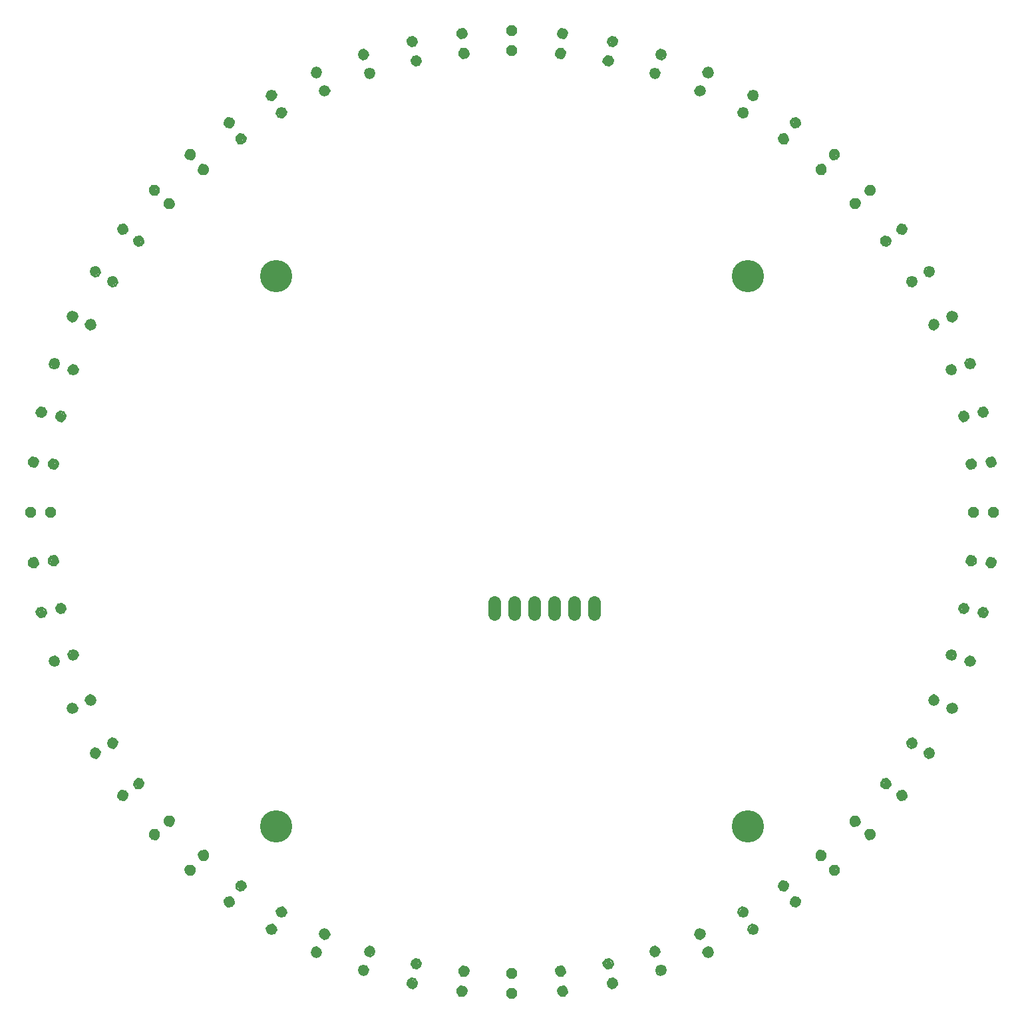
<source format=gbs>
G75*
%MOIN*%
%OFA0B0*%
%FSLAX24Y24*%
%IPPOS*%
%LPD*%
%AMOC8*
5,1,8,0,0,1.08239X$1,22.5*
%
%ADD10C,0.1615*%
%ADD11C,0.0640*%
%ADD12OC8,0.0560*%
%ADD13C,0.0112*%
D10*
X014089Y009652D03*
X037711Y009652D03*
X037711Y037211D03*
X014089Y037211D03*
D11*
X025022Y020889D02*
X025022Y020289D01*
X026022Y020289D02*
X026022Y020889D01*
X027022Y020889D02*
X027022Y020289D01*
X028022Y020289D02*
X028022Y020889D01*
X029022Y020889D02*
X029022Y020289D01*
X030022Y020289D02*
X030022Y020889D01*
D12*
X025900Y002278D03*
X025900Y001278D03*
X002778Y025400D03*
X001778Y025400D03*
X025900Y048522D03*
X025900Y049522D03*
X049022Y025400D03*
X050022Y025400D03*
D13*
X008146Y009284D02*
X008202Y009340D01*
X008192Y009155D01*
X008055Y009031D01*
X007870Y009041D01*
X007746Y009178D01*
X007756Y009363D01*
X007893Y009487D01*
X008078Y009477D01*
X008202Y009340D01*
X008116Y009310D01*
X008110Y009194D01*
X008025Y009117D01*
X007909Y009123D01*
X007832Y009208D01*
X007838Y009324D01*
X007923Y009401D01*
X008039Y009395D01*
X008116Y009310D01*
X008031Y009279D01*
X008028Y009233D01*
X007994Y009202D01*
X007948Y009205D01*
X007917Y009239D01*
X007920Y009285D01*
X007954Y009316D01*
X008000Y009313D01*
X008031Y009279D01*
X008889Y009953D02*
X008945Y010009D01*
X008935Y009824D01*
X008798Y009700D01*
X008613Y009710D01*
X008489Y009847D01*
X008499Y010032D01*
X008636Y010156D01*
X008821Y010146D01*
X008945Y010009D01*
X008859Y009979D01*
X008853Y009863D01*
X008768Y009786D01*
X008652Y009792D01*
X008575Y009877D01*
X008581Y009993D01*
X008666Y010070D01*
X008782Y010064D01*
X008859Y009979D01*
X008774Y009948D01*
X008771Y009902D01*
X008737Y009871D01*
X008691Y009874D01*
X008660Y009908D01*
X008663Y009954D01*
X008697Y009985D01*
X008743Y009982D01*
X008774Y009948D01*
X007373Y011810D02*
X007429Y011866D01*
X007400Y011682D01*
X007251Y011574D01*
X007067Y011603D01*
X006959Y011752D01*
X006988Y011936D01*
X007137Y012044D01*
X007321Y012015D01*
X007429Y011866D01*
X007340Y011845D01*
X007322Y011730D01*
X007230Y011663D01*
X007115Y011681D01*
X007048Y011773D01*
X007066Y011888D01*
X007158Y011955D01*
X007273Y011937D01*
X007340Y011845D01*
X007252Y011823D01*
X007245Y011778D01*
X007208Y011751D01*
X007163Y011758D01*
X007136Y011795D01*
X007143Y011840D01*
X007180Y011867D01*
X007225Y011860D01*
X007252Y011823D01*
X006564Y011222D02*
X006620Y011278D01*
X006591Y011094D01*
X006442Y010986D01*
X006258Y011015D01*
X006150Y011164D01*
X006179Y011348D01*
X006328Y011456D01*
X006512Y011427D01*
X006620Y011278D01*
X006531Y011257D01*
X006513Y011142D01*
X006421Y011075D01*
X006306Y011093D01*
X006239Y011185D01*
X006257Y011300D01*
X006349Y011367D01*
X006464Y011349D01*
X006531Y011257D01*
X006443Y011235D01*
X006436Y011190D01*
X006399Y011163D01*
X006354Y011170D01*
X006327Y011207D01*
X006334Y011252D01*
X006371Y011279D01*
X006416Y011272D01*
X006443Y011235D01*
X005193Y013315D02*
X005249Y013371D01*
X005201Y013192D01*
X005042Y013100D01*
X004863Y013148D01*
X004771Y013307D01*
X004819Y013486D01*
X004978Y013578D01*
X005157Y013530D01*
X005249Y013371D01*
X005159Y013359D01*
X005129Y013247D01*
X005030Y013190D01*
X004918Y013220D01*
X004861Y013319D01*
X004891Y013431D01*
X004990Y013488D01*
X005102Y013458D01*
X005159Y013359D01*
X005069Y013347D01*
X005057Y013303D01*
X005018Y013280D01*
X004974Y013292D01*
X004951Y013331D01*
X004963Y013375D01*
X005002Y013398D01*
X005046Y013386D01*
X005069Y013347D01*
X006059Y013815D02*
X006115Y013871D01*
X006067Y013692D01*
X005908Y013600D01*
X005729Y013648D01*
X005637Y013807D01*
X005685Y013986D01*
X005844Y014078D01*
X006023Y014030D01*
X006115Y013871D01*
X006025Y013859D01*
X005995Y013747D01*
X005896Y013690D01*
X005784Y013720D01*
X005727Y013819D01*
X005757Y013931D01*
X005856Y013988D01*
X005968Y013958D01*
X006025Y013859D01*
X005935Y013847D01*
X005923Y013803D01*
X005884Y013780D01*
X005840Y013792D01*
X005817Y013831D01*
X005829Y013875D01*
X005868Y013898D01*
X005912Y013886D01*
X005935Y013847D01*
X004049Y015540D02*
X004105Y015596D01*
X004038Y015422D01*
X003870Y015347D01*
X003696Y015414D01*
X003621Y015582D01*
X003688Y015756D01*
X003856Y015831D01*
X004030Y015764D01*
X004105Y015596D01*
X004014Y015593D01*
X003972Y015485D01*
X003867Y015438D01*
X003759Y015480D01*
X003712Y015585D01*
X003754Y015693D01*
X003859Y015740D01*
X003967Y015698D01*
X004014Y015593D01*
X003923Y015590D01*
X003906Y015548D01*
X003864Y015529D01*
X003822Y015546D01*
X003803Y015588D01*
X003820Y015630D01*
X003862Y015649D01*
X003904Y015632D01*
X003923Y015590D01*
X004963Y015946D02*
X005019Y016002D01*
X004952Y015828D01*
X004784Y015753D01*
X004610Y015820D01*
X004535Y015988D01*
X004602Y016162D01*
X004770Y016237D01*
X004944Y016170D01*
X005019Y016002D01*
X004928Y015999D01*
X004886Y015891D01*
X004781Y015844D01*
X004673Y015886D01*
X004626Y015991D01*
X004668Y016099D01*
X004773Y016146D01*
X004881Y016104D01*
X004928Y015999D01*
X004837Y015996D01*
X004820Y015954D01*
X004778Y015935D01*
X004736Y015952D01*
X004717Y015994D01*
X004734Y016036D01*
X004776Y016055D01*
X004818Y016038D01*
X004837Y015996D01*
X004095Y018293D02*
X004151Y018237D01*
X004066Y018071D01*
X003892Y018014D01*
X003726Y018099D01*
X003669Y018273D01*
X003754Y018439D01*
X003928Y018496D01*
X004094Y018411D01*
X004151Y018237D01*
X004060Y018245D01*
X004007Y018140D01*
X003900Y018105D01*
X003795Y018158D01*
X003760Y018265D01*
X003813Y018370D01*
X003920Y018405D01*
X004025Y018352D01*
X004060Y018245D01*
X003970Y018251D01*
X003949Y018209D01*
X003906Y018195D01*
X003864Y018216D01*
X003850Y018259D01*
X003871Y018301D01*
X003914Y018315D01*
X003956Y018294D01*
X003970Y018251D01*
X003144Y017984D02*
X003200Y017928D01*
X003115Y017762D01*
X002941Y017705D01*
X002775Y017790D01*
X002718Y017964D01*
X002803Y018130D01*
X002977Y018187D01*
X003143Y018102D01*
X003200Y017928D01*
X003109Y017936D01*
X003056Y017831D01*
X002949Y017796D01*
X002844Y017849D01*
X002809Y017956D01*
X002862Y018061D01*
X002969Y018096D01*
X003074Y018043D01*
X003109Y017936D01*
X003019Y017942D01*
X002998Y017900D01*
X002955Y017886D01*
X002913Y017907D01*
X002899Y017950D01*
X002920Y017992D01*
X002963Y018006D01*
X003005Y017985D01*
X003019Y017942D01*
X002487Y020398D02*
X002543Y020342D01*
X002441Y020186D01*
X002262Y020147D01*
X002106Y020249D01*
X002067Y020428D01*
X002169Y020584D01*
X002348Y020623D01*
X002504Y020521D01*
X002543Y020342D01*
X002453Y020359D01*
X002389Y020260D01*
X002279Y020237D01*
X002180Y020301D01*
X002157Y020411D01*
X002221Y020510D01*
X002331Y020533D01*
X002430Y020469D01*
X002453Y020359D01*
X002364Y020375D01*
X002339Y020336D01*
X002295Y020326D01*
X002256Y020351D01*
X002246Y020395D01*
X002271Y020434D01*
X002315Y020444D01*
X002354Y020419D01*
X002364Y020375D01*
X003465Y020606D02*
X003521Y020550D01*
X003419Y020394D01*
X003240Y020355D01*
X003084Y020457D01*
X003045Y020636D01*
X003147Y020792D01*
X003326Y020831D01*
X003482Y020729D01*
X003521Y020550D01*
X003431Y020567D01*
X003367Y020468D01*
X003257Y020445D01*
X003158Y020509D01*
X003135Y020619D01*
X003199Y020718D01*
X003309Y020741D01*
X003408Y020677D01*
X003431Y020567D01*
X003342Y020583D01*
X003317Y020544D01*
X003273Y020534D01*
X003234Y020559D01*
X003224Y020603D01*
X003249Y020642D01*
X003293Y020652D01*
X003332Y020627D01*
X003342Y020583D01*
X003081Y022971D02*
X003137Y022915D01*
X003019Y022770D01*
X002837Y022751D01*
X002692Y022869D01*
X002673Y023051D01*
X002791Y023196D01*
X002973Y023215D01*
X003118Y023097D01*
X003137Y022915D01*
X003050Y022941D01*
X002976Y022850D01*
X002863Y022838D01*
X002772Y022912D01*
X002760Y023025D01*
X002834Y023116D01*
X002947Y023128D01*
X003038Y023054D01*
X003050Y022941D01*
X002963Y022966D01*
X002933Y022930D01*
X002888Y022925D01*
X002852Y022955D01*
X002847Y023000D01*
X002877Y023036D01*
X002922Y023041D01*
X002958Y023011D01*
X002963Y022966D01*
X002086Y022867D02*
X002142Y022811D01*
X002024Y022666D01*
X001842Y022647D01*
X001697Y022765D01*
X001678Y022947D01*
X001796Y023092D01*
X001978Y023111D01*
X002123Y022993D01*
X002142Y022811D01*
X002055Y022837D01*
X001981Y022746D01*
X001868Y022734D01*
X001777Y022808D01*
X001765Y022921D01*
X001839Y023012D01*
X001952Y023024D01*
X002043Y022950D01*
X002055Y022837D01*
X001968Y022862D01*
X001938Y022826D01*
X001893Y022821D01*
X001857Y022851D01*
X001852Y022896D01*
X001882Y022932D01*
X001927Y022937D01*
X001963Y022907D01*
X001968Y022862D01*
X003062Y027759D02*
X003118Y027703D01*
X002973Y027585D01*
X002791Y027604D01*
X002673Y027749D01*
X002692Y027931D01*
X002837Y028049D01*
X003019Y028030D01*
X003137Y027885D01*
X003118Y027703D01*
X003038Y027746D01*
X002947Y027672D01*
X002834Y027684D01*
X002760Y027775D01*
X002772Y027888D01*
X002863Y027962D01*
X002976Y027950D01*
X003050Y027859D01*
X003038Y027746D01*
X002958Y027789D01*
X002922Y027759D01*
X002877Y027764D01*
X002847Y027800D01*
X002852Y027845D01*
X002888Y027875D01*
X002933Y027870D01*
X002963Y027834D01*
X002958Y027789D01*
X002067Y027863D02*
X002123Y027807D01*
X001978Y027689D01*
X001796Y027708D01*
X001678Y027853D01*
X001697Y028035D01*
X001842Y028153D01*
X002024Y028134D01*
X002142Y027989D01*
X002123Y027807D01*
X002043Y027850D01*
X001952Y027776D01*
X001839Y027788D01*
X001765Y027879D01*
X001777Y027992D01*
X001868Y028066D01*
X001981Y028054D01*
X002055Y027963D01*
X002043Y027850D01*
X001963Y027893D01*
X001927Y027863D01*
X001882Y027868D01*
X001852Y027904D01*
X001857Y027949D01*
X001893Y027979D01*
X001938Y027974D01*
X001968Y027938D01*
X001963Y027893D01*
X003426Y030127D02*
X003482Y030071D01*
X003326Y029969D01*
X003147Y030008D01*
X003045Y030164D01*
X003084Y030343D01*
X003240Y030445D01*
X003419Y030406D01*
X003521Y030250D01*
X003482Y030071D01*
X003408Y030123D01*
X003309Y030059D01*
X003199Y030082D01*
X003135Y030181D01*
X003158Y030291D01*
X003257Y030355D01*
X003367Y030332D01*
X003431Y030233D01*
X003408Y030123D01*
X003332Y030173D01*
X003293Y030148D01*
X003249Y030158D01*
X003224Y030197D01*
X003234Y030241D01*
X003273Y030266D01*
X003317Y030256D01*
X003342Y030217D01*
X003332Y030173D01*
X002448Y030335D02*
X002504Y030279D01*
X002348Y030177D01*
X002169Y030216D01*
X002067Y030372D01*
X002106Y030551D01*
X002262Y030653D01*
X002441Y030614D01*
X002543Y030458D01*
X002504Y030279D01*
X002430Y030331D01*
X002331Y030267D01*
X002221Y030290D01*
X002157Y030389D01*
X002180Y030499D01*
X002279Y030563D01*
X002389Y030540D01*
X002453Y030441D01*
X002430Y030331D01*
X002354Y030381D01*
X002315Y030356D01*
X002271Y030366D01*
X002246Y030405D01*
X002256Y030449D01*
X002295Y030474D01*
X002339Y030464D01*
X002364Y030425D01*
X002354Y030381D01*
X003087Y032754D02*
X003143Y032698D01*
X002977Y032613D01*
X002803Y032670D01*
X002718Y032836D01*
X002775Y033010D01*
X002941Y033095D01*
X003115Y033038D01*
X003200Y032872D01*
X003143Y032698D01*
X003074Y032757D01*
X002969Y032704D01*
X002862Y032739D01*
X002809Y032844D01*
X002844Y032951D01*
X002949Y033004D01*
X003056Y032969D01*
X003109Y032864D01*
X003074Y032757D01*
X003005Y032815D01*
X002963Y032794D01*
X002920Y032808D01*
X002899Y032850D01*
X002913Y032893D01*
X002955Y032914D01*
X002998Y032900D01*
X003019Y032858D01*
X003005Y032815D01*
X004038Y032445D02*
X004094Y032389D01*
X003928Y032304D01*
X003754Y032361D01*
X003669Y032527D01*
X003726Y032701D01*
X003892Y032786D01*
X004066Y032729D01*
X004151Y032563D01*
X004094Y032389D01*
X004025Y032448D01*
X003920Y032395D01*
X003813Y032430D01*
X003760Y032535D01*
X003795Y032642D01*
X003900Y032695D01*
X004007Y032660D01*
X004060Y032555D01*
X004025Y032448D01*
X003956Y032506D01*
X003914Y032485D01*
X003871Y032499D01*
X003850Y032541D01*
X003864Y032584D01*
X003906Y032605D01*
X003949Y032591D01*
X003970Y032549D01*
X003956Y032506D01*
X004888Y034686D02*
X004944Y034630D01*
X004770Y034563D01*
X004602Y034638D01*
X004535Y034812D01*
X004610Y034980D01*
X004784Y035047D01*
X004952Y034972D01*
X005019Y034798D01*
X004944Y034630D01*
X004881Y034696D01*
X004773Y034654D01*
X004668Y034701D01*
X004626Y034809D01*
X004673Y034914D01*
X004781Y034956D01*
X004886Y034909D01*
X004928Y034801D01*
X004881Y034696D01*
X004818Y034762D01*
X004776Y034745D01*
X004734Y034764D01*
X004717Y034806D01*
X004736Y034848D01*
X004778Y034865D01*
X004820Y034846D01*
X004837Y034804D01*
X004818Y034762D01*
X003974Y035092D02*
X004030Y035036D01*
X003856Y034969D01*
X003688Y035044D01*
X003621Y035218D01*
X003696Y035386D01*
X003870Y035453D01*
X004038Y035378D01*
X004105Y035204D01*
X004030Y035036D01*
X003967Y035102D01*
X003859Y035060D01*
X003754Y035107D01*
X003712Y035215D01*
X003759Y035320D01*
X003867Y035362D01*
X003972Y035315D01*
X004014Y035207D01*
X003967Y035102D01*
X003904Y035168D01*
X003862Y035151D01*
X003820Y035170D01*
X003803Y035212D01*
X003822Y035254D01*
X003864Y035271D01*
X003906Y035252D01*
X003923Y035210D01*
X003904Y035168D01*
X005101Y037326D02*
X005157Y037270D01*
X004978Y037222D01*
X004819Y037314D01*
X004771Y037493D01*
X004863Y037652D01*
X005042Y037700D01*
X005201Y037608D01*
X005249Y037429D01*
X005157Y037270D01*
X005102Y037342D01*
X004990Y037312D01*
X004891Y037369D01*
X004861Y037481D01*
X004918Y037580D01*
X005030Y037610D01*
X005129Y037553D01*
X005159Y037441D01*
X005102Y037342D01*
X005046Y037414D01*
X005002Y037402D01*
X004963Y037425D01*
X004951Y037469D01*
X004974Y037508D01*
X005018Y037520D01*
X005057Y037497D01*
X005069Y037453D01*
X005046Y037414D01*
X005967Y036826D02*
X006023Y036770D01*
X005844Y036722D01*
X005685Y036814D01*
X005637Y036993D01*
X005729Y037152D01*
X005908Y037200D01*
X006067Y037108D01*
X006115Y036929D01*
X006023Y036770D01*
X005968Y036842D01*
X005856Y036812D01*
X005757Y036869D01*
X005727Y036981D01*
X005784Y037080D01*
X005896Y037110D01*
X005995Y037053D01*
X006025Y036941D01*
X005968Y036842D01*
X005912Y036914D01*
X005868Y036902D01*
X005829Y036925D01*
X005817Y036969D01*
X005840Y037008D01*
X005884Y037020D01*
X005923Y036997D01*
X005935Y036953D01*
X005912Y036914D01*
X007265Y038841D02*
X007321Y038785D01*
X007137Y038756D01*
X006988Y038864D01*
X006959Y039048D01*
X007067Y039197D01*
X007251Y039226D01*
X007400Y039118D01*
X007429Y038934D01*
X007321Y038785D01*
X007273Y038863D01*
X007158Y038845D01*
X007066Y038912D01*
X007048Y039027D01*
X007115Y039119D01*
X007230Y039137D01*
X007322Y039070D01*
X007340Y038955D01*
X007273Y038863D01*
X007225Y038940D01*
X007180Y038933D01*
X007143Y038960D01*
X007136Y039005D01*
X007163Y039042D01*
X007208Y039049D01*
X007245Y039022D01*
X007252Y038977D01*
X007225Y038940D01*
X006456Y039429D02*
X006512Y039373D01*
X006328Y039344D01*
X006179Y039452D01*
X006150Y039636D01*
X006258Y039785D01*
X006442Y039814D01*
X006591Y039706D01*
X006620Y039522D01*
X006512Y039373D01*
X006464Y039451D01*
X006349Y039433D01*
X006257Y039500D01*
X006239Y039615D01*
X006306Y039707D01*
X006421Y039725D01*
X006513Y039658D01*
X006531Y039543D01*
X006464Y039451D01*
X006416Y039528D01*
X006371Y039521D01*
X006334Y039548D01*
X006327Y039593D01*
X006354Y039630D01*
X006399Y039637D01*
X006436Y039610D01*
X006443Y039565D01*
X006416Y039528D01*
X008022Y041379D02*
X008078Y041323D01*
X007893Y041313D01*
X007756Y041437D01*
X007746Y041622D01*
X007870Y041759D01*
X008055Y041769D01*
X008192Y041645D01*
X008202Y041460D01*
X008078Y041323D01*
X008039Y041405D01*
X007923Y041399D01*
X007838Y041476D01*
X007832Y041592D01*
X007909Y041677D01*
X008025Y041683D01*
X008110Y041606D01*
X008116Y041490D01*
X008039Y041405D01*
X008000Y041487D01*
X007954Y041484D01*
X007920Y041515D01*
X007917Y041561D01*
X007948Y041595D01*
X007994Y041598D01*
X008028Y041567D01*
X008031Y041521D01*
X008000Y041487D01*
X008765Y040710D02*
X008821Y040654D01*
X008636Y040644D01*
X008499Y040768D01*
X008489Y040953D01*
X008613Y041090D01*
X008798Y041100D01*
X008935Y040976D01*
X008945Y040791D01*
X008821Y040654D01*
X008782Y040736D01*
X008666Y040730D01*
X008581Y040807D01*
X008575Y040923D01*
X008652Y041008D01*
X008768Y041014D01*
X008853Y040937D01*
X008859Y040821D01*
X008782Y040736D01*
X008743Y040818D01*
X008697Y040815D01*
X008663Y040846D01*
X008660Y040892D01*
X008691Y040926D01*
X008737Y040929D01*
X008771Y040898D01*
X008774Y040852D01*
X008743Y040818D01*
X010453Y042411D02*
X010509Y042355D01*
X010324Y042365D01*
X010200Y042502D01*
X010210Y042687D01*
X010347Y042811D01*
X010532Y042801D01*
X010656Y042664D01*
X010646Y042479D01*
X010509Y042355D01*
X010479Y042441D01*
X010363Y042447D01*
X010286Y042532D01*
X010292Y042648D01*
X010377Y042725D01*
X010493Y042719D01*
X010570Y042634D01*
X010564Y042518D01*
X010479Y042441D01*
X010448Y042526D01*
X010402Y042529D01*
X010371Y042563D01*
X010374Y042609D01*
X010408Y042640D01*
X010454Y042637D01*
X010485Y042603D01*
X010482Y042557D01*
X010448Y042526D01*
X009784Y043154D02*
X009840Y043098D01*
X009655Y043108D01*
X009531Y043245D01*
X009541Y043430D01*
X009678Y043554D01*
X009863Y043544D01*
X009987Y043407D01*
X009977Y043222D01*
X009840Y043098D01*
X009810Y043184D01*
X009694Y043190D01*
X009617Y043275D01*
X009623Y043391D01*
X009708Y043468D01*
X009824Y043462D01*
X009901Y043377D01*
X009895Y043261D01*
X009810Y043184D01*
X009779Y043269D01*
X009733Y043272D01*
X009702Y043306D01*
X009705Y043352D01*
X009739Y043383D01*
X009785Y043380D01*
X009816Y043346D01*
X009813Y043300D01*
X009779Y043269D01*
X011722Y044736D02*
X011778Y044680D01*
X011594Y044709D01*
X011486Y044858D01*
X011515Y045042D01*
X011664Y045150D01*
X011848Y045121D01*
X011956Y044972D01*
X011927Y044788D01*
X011778Y044680D01*
X011757Y044769D01*
X011642Y044787D01*
X011575Y044879D01*
X011593Y044994D01*
X011685Y045061D01*
X011800Y045043D01*
X011867Y044951D01*
X011849Y044836D01*
X011757Y044769D01*
X011735Y044857D01*
X011690Y044864D01*
X011663Y044901D01*
X011670Y044946D01*
X011707Y044973D01*
X011752Y044966D01*
X011779Y044929D01*
X011772Y044884D01*
X011735Y044857D01*
X012310Y043927D02*
X012366Y043871D01*
X012182Y043900D01*
X012074Y044049D01*
X012103Y044233D01*
X012252Y044341D01*
X012436Y044312D01*
X012544Y044163D01*
X012515Y043979D01*
X012366Y043871D01*
X012345Y043960D01*
X012230Y043978D01*
X012163Y044070D01*
X012181Y044185D01*
X012273Y044252D01*
X012388Y044234D01*
X012455Y044142D01*
X012437Y044027D01*
X012345Y043960D01*
X012323Y044048D01*
X012278Y044055D01*
X012251Y044092D01*
X012258Y044137D01*
X012295Y044164D01*
X012340Y044157D01*
X012367Y044120D01*
X012360Y044075D01*
X012323Y044048D01*
X014315Y045241D02*
X014371Y045185D01*
X014192Y045233D01*
X014100Y045392D01*
X014148Y045571D01*
X014307Y045663D01*
X014486Y045615D01*
X014578Y045456D01*
X014530Y045277D01*
X014371Y045185D01*
X014359Y045275D01*
X014247Y045305D01*
X014190Y045404D01*
X014220Y045516D01*
X014319Y045573D01*
X014431Y045543D01*
X014488Y045444D01*
X014458Y045332D01*
X014359Y045275D01*
X014347Y045365D01*
X014303Y045377D01*
X014280Y045416D01*
X014292Y045460D01*
X014331Y045483D01*
X014375Y045471D01*
X014398Y045432D01*
X014386Y045388D01*
X014347Y045365D01*
X013815Y046107D02*
X013871Y046051D01*
X013692Y046099D01*
X013600Y046258D01*
X013648Y046437D01*
X013807Y046529D01*
X013986Y046481D01*
X014078Y046322D01*
X014030Y046143D01*
X013871Y046051D01*
X013859Y046141D01*
X013747Y046171D01*
X013690Y046270D01*
X013720Y046382D01*
X013819Y046439D01*
X013931Y046409D01*
X013988Y046310D01*
X013958Y046198D01*
X013859Y046141D01*
X013847Y046231D01*
X013803Y046243D01*
X013780Y046282D01*
X013792Y046326D01*
X013831Y046349D01*
X013875Y046337D01*
X013898Y046298D01*
X013886Y046254D01*
X013847Y046231D01*
X016040Y047251D02*
X016096Y047195D01*
X015922Y047262D01*
X015847Y047430D01*
X015914Y047604D01*
X016082Y047679D01*
X016256Y047612D01*
X016331Y047444D01*
X016264Y047270D01*
X016096Y047195D01*
X016093Y047286D01*
X015985Y047328D01*
X015938Y047433D01*
X015980Y047541D01*
X016085Y047588D01*
X016193Y047546D01*
X016240Y047441D01*
X016198Y047333D01*
X016093Y047286D01*
X016090Y047377D01*
X016048Y047394D01*
X016029Y047436D01*
X016046Y047478D01*
X016088Y047497D01*
X016130Y047480D01*
X016149Y047438D01*
X016132Y047396D01*
X016090Y047377D01*
X016446Y046337D02*
X016502Y046281D01*
X016328Y046348D01*
X016253Y046516D01*
X016320Y046690D01*
X016488Y046765D01*
X016662Y046698D01*
X016737Y046530D01*
X016670Y046356D01*
X016502Y046281D01*
X016499Y046372D01*
X016391Y046414D01*
X016344Y046519D01*
X016386Y046627D01*
X016491Y046674D01*
X016599Y046632D01*
X016646Y046527D01*
X016604Y046419D01*
X016499Y046372D01*
X016496Y046463D01*
X016454Y046480D01*
X016435Y046522D01*
X016452Y046564D01*
X016494Y046583D01*
X016536Y046566D01*
X016555Y046524D01*
X016538Y046482D01*
X016496Y046463D01*
X018484Y048156D02*
X018428Y048100D01*
X018262Y048185D01*
X018205Y048359D01*
X018290Y048525D01*
X018464Y048582D01*
X018630Y048497D01*
X018687Y048323D01*
X018602Y048157D01*
X018428Y048100D01*
X018436Y048191D01*
X018331Y048244D01*
X018296Y048351D01*
X018349Y048456D01*
X018456Y048491D01*
X018561Y048438D01*
X018596Y048331D01*
X018543Y048226D01*
X018436Y048191D01*
X018442Y048281D01*
X018400Y048302D01*
X018386Y048345D01*
X018407Y048387D01*
X018450Y048401D01*
X018492Y048380D01*
X018506Y048337D01*
X018485Y048295D01*
X018442Y048281D01*
X018793Y047205D02*
X018737Y047149D01*
X018571Y047234D01*
X018514Y047408D01*
X018599Y047574D01*
X018773Y047631D01*
X018939Y047546D01*
X018996Y047372D01*
X018911Y047206D01*
X018737Y047149D01*
X018745Y047240D01*
X018640Y047293D01*
X018605Y047400D01*
X018658Y047505D01*
X018765Y047540D01*
X018870Y047487D01*
X018905Y047380D01*
X018852Y047275D01*
X018745Y047240D01*
X018751Y047330D01*
X018709Y047351D01*
X018695Y047394D01*
X018716Y047436D01*
X018759Y047450D01*
X018801Y047429D01*
X018815Y047386D01*
X018794Y047344D01*
X018751Y047330D01*
X020898Y048813D02*
X020842Y048757D01*
X020686Y048859D01*
X020647Y049038D01*
X020749Y049194D01*
X020928Y049233D01*
X021084Y049131D01*
X021123Y048952D01*
X021021Y048796D01*
X020842Y048757D01*
X020859Y048847D01*
X020760Y048911D01*
X020737Y049021D01*
X020801Y049120D01*
X020911Y049143D01*
X021010Y049079D01*
X021033Y048969D01*
X020969Y048870D01*
X020859Y048847D01*
X020875Y048936D01*
X020836Y048961D01*
X020826Y049005D01*
X020851Y049044D01*
X020895Y049054D01*
X020934Y049029D01*
X020944Y048985D01*
X020919Y048946D01*
X020875Y048936D01*
X021106Y047835D02*
X021050Y047779D01*
X020894Y047881D01*
X020855Y048060D01*
X020957Y048216D01*
X021136Y048255D01*
X021292Y048153D01*
X021331Y047974D01*
X021229Y047818D01*
X021050Y047779D01*
X021067Y047869D01*
X020968Y047933D01*
X020945Y048043D01*
X021009Y048142D01*
X021119Y048165D01*
X021218Y048101D01*
X021241Y047991D01*
X021177Y047892D01*
X021067Y047869D01*
X021083Y047958D01*
X021044Y047983D01*
X021034Y048027D01*
X021059Y048066D01*
X021103Y048076D01*
X021142Y048051D01*
X021152Y048007D01*
X021127Y047968D01*
X021083Y047958D01*
X023471Y048219D02*
X023415Y048163D01*
X023270Y048281D01*
X023251Y048463D01*
X023369Y048608D01*
X023551Y048627D01*
X023696Y048509D01*
X023715Y048327D01*
X023597Y048182D01*
X023415Y048163D01*
X023441Y048250D01*
X023350Y048324D01*
X023338Y048437D01*
X023412Y048528D01*
X023525Y048540D01*
X023616Y048466D01*
X023628Y048353D01*
X023554Y048262D01*
X023441Y048250D01*
X023466Y048337D01*
X023430Y048367D01*
X023425Y048412D01*
X023455Y048448D01*
X023500Y048453D01*
X023536Y048423D01*
X023541Y048378D01*
X023511Y048342D01*
X023466Y048337D01*
X023367Y049214D02*
X023311Y049158D01*
X023166Y049276D01*
X023147Y049458D01*
X023265Y049603D01*
X023447Y049622D01*
X023592Y049504D01*
X023611Y049322D01*
X023493Y049177D01*
X023311Y049158D01*
X023337Y049245D01*
X023246Y049319D01*
X023234Y049432D01*
X023308Y049523D01*
X023421Y049535D01*
X023512Y049461D01*
X023524Y049348D01*
X023450Y049257D01*
X023337Y049245D01*
X023362Y049332D01*
X023326Y049362D01*
X023321Y049407D01*
X023351Y049443D01*
X023396Y049448D01*
X023432Y049418D01*
X023437Y049373D01*
X023407Y049337D01*
X023362Y049332D01*
X028259Y048238D02*
X028203Y048182D01*
X028085Y048327D01*
X028104Y048509D01*
X028249Y048627D01*
X028431Y048608D01*
X028549Y048463D01*
X028530Y048281D01*
X028385Y048163D01*
X028203Y048182D01*
X028246Y048262D01*
X028172Y048353D01*
X028184Y048466D01*
X028275Y048540D01*
X028388Y048528D01*
X028462Y048437D01*
X028450Y048324D01*
X028359Y048250D01*
X028246Y048262D01*
X028289Y048342D01*
X028259Y048378D01*
X028264Y048423D01*
X028300Y048453D01*
X028345Y048448D01*
X028375Y048412D01*
X028370Y048367D01*
X028334Y048337D01*
X028289Y048342D01*
X028363Y049233D02*
X028307Y049177D01*
X028189Y049322D01*
X028208Y049504D01*
X028353Y049622D01*
X028535Y049603D01*
X028653Y049458D01*
X028634Y049276D01*
X028489Y049158D01*
X028307Y049177D01*
X028350Y049257D01*
X028276Y049348D01*
X028288Y049461D01*
X028379Y049535D01*
X028492Y049523D01*
X028566Y049432D01*
X028554Y049319D01*
X028463Y049245D01*
X028350Y049257D01*
X028393Y049337D01*
X028363Y049373D01*
X028368Y049418D01*
X028404Y049448D01*
X028449Y049443D01*
X028479Y049407D01*
X028474Y049362D01*
X028438Y049332D01*
X028393Y049337D01*
X030627Y047874D02*
X030571Y047818D01*
X030469Y047974D01*
X030508Y048153D01*
X030664Y048255D01*
X030843Y048216D01*
X030945Y048060D01*
X030906Y047881D01*
X030750Y047779D01*
X030571Y047818D01*
X030623Y047892D01*
X030559Y047991D01*
X030582Y048101D01*
X030681Y048165D01*
X030791Y048142D01*
X030855Y048043D01*
X030832Y047933D01*
X030733Y047869D01*
X030623Y047892D01*
X030673Y047968D01*
X030648Y048007D01*
X030658Y048051D01*
X030697Y048076D01*
X030741Y048066D01*
X030766Y048027D01*
X030756Y047983D01*
X030717Y047958D01*
X030673Y047968D01*
X030835Y048852D02*
X030779Y048796D01*
X030677Y048952D01*
X030716Y049131D01*
X030872Y049233D01*
X031051Y049194D01*
X031153Y049038D01*
X031114Y048859D01*
X030958Y048757D01*
X030779Y048796D01*
X030831Y048870D01*
X030767Y048969D01*
X030790Y049079D01*
X030889Y049143D01*
X030999Y049120D01*
X031063Y049021D01*
X031040Y048911D01*
X030941Y048847D01*
X030831Y048870D01*
X030881Y048946D01*
X030856Y048985D01*
X030866Y049029D01*
X030905Y049054D01*
X030949Y049044D01*
X030974Y049005D01*
X030964Y048961D01*
X030925Y048936D01*
X030881Y048946D01*
X032945Y047262D02*
X032889Y047206D01*
X032804Y047372D01*
X032861Y047546D01*
X033027Y047631D01*
X033201Y047574D01*
X033286Y047408D01*
X033229Y047234D01*
X033063Y047149D01*
X032889Y047206D01*
X032948Y047275D01*
X032895Y047380D01*
X032930Y047487D01*
X033035Y047540D01*
X033142Y047505D01*
X033195Y047400D01*
X033160Y047293D01*
X033055Y047240D01*
X032948Y047275D01*
X033006Y047344D01*
X032985Y047386D01*
X032999Y047429D01*
X033041Y047450D01*
X033084Y047436D01*
X033105Y047394D01*
X033091Y047351D01*
X033049Y047330D01*
X033006Y047344D01*
X033254Y048213D02*
X033198Y048157D01*
X033113Y048323D01*
X033170Y048497D01*
X033336Y048582D01*
X033510Y048525D01*
X033595Y048359D01*
X033538Y048185D01*
X033372Y048100D01*
X033198Y048157D01*
X033257Y048226D01*
X033204Y048331D01*
X033239Y048438D01*
X033344Y048491D01*
X033451Y048456D01*
X033504Y048351D01*
X033469Y048244D01*
X033364Y048191D01*
X033257Y048226D01*
X033315Y048295D01*
X033294Y048337D01*
X033308Y048380D01*
X033350Y048401D01*
X033393Y048387D01*
X033414Y048345D01*
X033400Y048302D01*
X033358Y048281D01*
X033315Y048295D01*
X035186Y046412D02*
X035130Y046356D01*
X035063Y046530D01*
X035138Y046698D01*
X035312Y046765D01*
X035480Y046690D01*
X035547Y046516D01*
X035472Y046348D01*
X035298Y046281D01*
X035130Y046356D01*
X035196Y046419D01*
X035154Y046527D01*
X035201Y046632D01*
X035309Y046674D01*
X035414Y046627D01*
X035456Y046519D01*
X035409Y046414D01*
X035301Y046372D01*
X035196Y046419D01*
X035262Y046482D01*
X035245Y046524D01*
X035264Y046566D01*
X035306Y046583D01*
X035348Y046564D01*
X035365Y046522D01*
X035346Y046480D01*
X035304Y046463D01*
X035262Y046482D01*
X035592Y047326D02*
X035536Y047270D01*
X035469Y047444D01*
X035544Y047612D01*
X035718Y047679D01*
X035886Y047604D01*
X035953Y047430D01*
X035878Y047262D01*
X035704Y047195D01*
X035536Y047270D01*
X035602Y047333D01*
X035560Y047441D01*
X035607Y047546D01*
X035715Y047588D01*
X035820Y047541D01*
X035862Y047433D01*
X035815Y047328D01*
X035707Y047286D01*
X035602Y047333D01*
X035668Y047396D01*
X035651Y047438D01*
X035670Y047480D01*
X035712Y047497D01*
X035754Y047478D01*
X035771Y047436D01*
X035752Y047394D01*
X035710Y047377D01*
X035668Y047396D01*
X037826Y046199D02*
X037770Y046143D01*
X037722Y046322D01*
X037814Y046481D01*
X037993Y046529D01*
X038152Y046437D01*
X038200Y046258D01*
X038108Y046099D01*
X037929Y046051D01*
X037770Y046143D01*
X037842Y046198D01*
X037812Y046310D01*
X037869Y046409D01*
X037981Y046439D01*
X038080Y046382D01*
X038110Y046270D01*
X038053Y046171D01*
X037941Y046141D01*
X037842Y046198D01*
X037914Y046254D01*
X037902Y046298D01*
X037925Y046337D01*
X037969Y046349D01*
X038008Y046326D01*
X038020Y046282D01*
X037997Y046243D01*
X037953Y046231D01*
X037914Y046254D01*
X037326Y045333D02*
X037270Y045277D01*
X037222Y045456D01*
X037314Y045615D01*
X037493Y045663D01*
X037652Y045571D01*
X037700Y045392D01*
X037608Y045233D01*
X037429Y045185D01*
X037270Y045277D01*
X037342Y045332D01*
X037312Y045444D01*
X037369Y045543D01*
X037481Y045573D01*
X037580Y045516D01*
X037610Y045404D01*
X037553Y045305D01*
X037441Y045275D01*
X037342Y045332D01*
X037414Y045388D01*
X037402Y045432D01*
X037425Y045471D01*
X037469Y045483D01*
X037508Y045460D01*
X037520Y045416D01*
X037497Y045377D01*
X037453Y045365D01*
X037414Y045388D01*
X039341Y044035D02*
X039285Y043979D01*
X039256Y044163D01*
X039364Y044312D01*
X039548Y044341D01*
X039697Y044233D01*
X039726Y044049D01*
X039618Y043900D01*
X039434Y043871D01*
X039285Y043979D01*
X039363Y044027D01*
X039345Y044142D01*
X039412Y044234D01*
X039527Y044252D01*
X039619Y044185D01*
X039637Y044070D01*
X039570Y043978D01*
X039455Y043960D01*
X039363Y044027D01*
X039440Y044075D01*
X039433Y044120D01*
X039460Y044157D01*
X039505Y044164D01*
X039542Y044137D01*
X039549Y044092D01*
X039522Y044055D01*
X039477Y044048D01*
X039440Y044075D01*
X039929Y044844D02*
X039873Y044788D01*
X039844Y044972D01*
X039952Y045121D01*
X040136Y045150D01*
X040285Y045042D01*
X040314Y044858D01*
X040206Y044709D01*
X040022Y044680D01*
X039873Y044788D01*
X039951Y044836D01*
X039933Y044951D01*
X040000Y045043D01*
X040115Y045061D01*
X040207Y044994D01*
X040225Y044879D01*
X040158Y044787D01*
X040043Y044769D01*
X039951Y044836D01*
X040028Y044884D01*
X040021Y044929D01*
X040048Y044966D01*
X040093Y044973D01*
X040130Y044946D01*
X040137Y044901D01*
X040110Y044864D01*
X040065Y044857D01*
X040028Y044884D01*
X041879Y043278D02*
X041823Y043222D01*
X041813Y043407D01*
X041937Y043544D01*
X042122Y043554D01*
X042259Y043430D01*
X042269Y043245D01*
X042145Y043108D01*
X041960Y043098D01*
X041823Y043222D01*
X041905Y043261D01*
X041899Y043377D01*
X041976Y043462D01*
X042092Y043468D01*
X042177Y043391D01*
X042183Y043275D01*
X042106Y043190D01*
X041990Y043184D01*
X041905Y043261D01*
X041987Y043300D01*
X041984Y043346D01*
X042015Y043380D01*
X042061Y043383D01*
X042095Y043352D01*
X042098Y043306D01*
X042067Y043272D01*
X042021Y043269D01*
X041987Y043300D01*
X041210Y042535D02*
X041154Y042479D01*
X041144Y042664D01*
X041268Y042801D01*
X041453Y042811D01*
X041590Y042687D01*
X041600Y042502D01*
X041476Y042365D01*
X041291Y042355D01*
X041154Y042479D01*
X041236Y042518D01*
X041230Y042634D01*
X041307Y042719D01*
X041423Y042725D01*
X041508Y042648D01*
X041514Y042532D01*
X041437Y042447D01*
X041321Y042441D01*
X041236Y042518D01*
X041318Y042557D01*
X041315Y042603D01*
X041346Y042637D01*
X041392Y042640D01*
X041426Y042609D01*
X041429Y042563D01*
X041398Y042529D01*
X041352Y042526D01*
X041318Y042557D01*
X042911Y040847D02*
X042855Y040791D01*
X042865Y040976D01*
X043002Y041100D01*
X043187Y041090D01*
X043311Y040953D01*
X043301Y040768D01*
X043164Y040644D01*
X042979Y040654D01*
X042855Y040791D01*
X042941Y040821D01*
X042947Y040937D01*
X043032Y041014D01*
X043148Y041008D01*
X043225Y040923D01*
X043219Y040807D01*
X043134Y040730D01*
X043018Y040736D01*
X042941Y040821D01*
X043026Y040852D01*
X043029Y040898D01*
X043063Y040929D01*
X043109Y040926D01*
X043140Y040892D01*
X043137Y040846D01*
X043103Y040815D01*
X043057Y040818D01*
X043026Y040852D01*
X043654Y041516D02*
X043598Y041460D01*
X043608Y041645D01*
X043745Y041769D01*
X043930Y041759D01*
X044054Y041622D01*
X044044Y041437D01*
X043907Y041313D01*
X043722Y041323D01*
X043598Y041460D01*
X043684Y041490D01*
X043690Y041606D01*
X043775Y041683D01*
X043891Y041677D01*
X043968Y041592D01*
X043962Y041476D01*
X043877Y041399D01*
X043761Y041405D01*
X043684Y041490D01*
X043769Y041521D01*
X043772Y041567D01*
X043806Y041598D01*
X043852Y041595D01*
X043883Y041561D01*
X043880Y041515D01*
X043846Y041484D01*
X043800Y041487D01*
X043769Y041521D01*
X045236Y039578D02*
X045180Y039522D01*
X045209Y039706D01*
X045358Y039814D01*
X045542Y039785D01*
X045650Y039636D01*
X045621Y039452D01*
X045472Y039344D01*
X045288Y039373D01*
X045180Y039522D01*
X045269Y039543D01*
X045287Y039658D01*
X045379Y039725D01*
X045494Y039707D01*
X045561Y039615D01*
X045543Y039500D01*
X045451Y039433D01*
X045336Y039451D01*
X045269Y039543D01*
X045357Y039565D01*
X045364Y039610D01*
X045401Y039637D01*
X045446Y039630D01*
X045473Y039593D01*
X045466Y039548D01*
X045429Y039521D01*
X045384Y039528D01*
X045357Y039565D01*
X044427Y038990D02*
X044371Y038934D01*
X044400Y039118D01*
X044549Y039226D01*
X044733Y039197D01*
X044841Y039048D01*
X044812Y038864D01*
X044663Y038756D01*
X044479Y038785D01*
X044371Y038934D01*
X044460Y038955D01*
X044478Y039070D01*
X044570Y039137D01*
X044685Y039119D01*
X044752Y039027D01*
X044734Y038912D01*
X044642Y038845D01*
X044527Y038863D01*
X044460Y038955D01*
X044548Y038977D01*
X044555Y039022D01*
X044592Y039049D01*
X044637Y039042D01*
X044664Y039005D01*
X044657Y038960D01*
X044620Y038933D01*
X044575Y038940D01*
X044548Y038977D01*
X045741Y036985D02*
X045685Y036929D01*
X045733Y037108D01*
X045892Y037200D01*
X046071Y037152D01*
X046163Y036993D01*
X046115Y036814D01*
X045956Y036722D01*
X045777Y036770D01*
X045685Y036929D01*
X045775Y036941D01*
X045805Y037053D01*
X045904Y037110D01*
X046016Y037080D01*
X046073Y036981D01*
X046043Y036869D01*
X045944Y036812D01*
X045832Y036842D01*
X045775Y036941D01*
X045865Y036953D01*
X045877Y036997D01*
X045916Y037020D01*
X045960Y037008D01*
X045983Y036969D01*
X045971Y036925D01*
X045932Y036902D01*
X045888Y036914D01*
X045865Y036953D01*
X046607Y037485D02*
X046551Y037429D01*
X046599Y037608D01*
X046758Y037700D01*
X046937Y037652D01*
X047029Y037493D01*
X046981Y037314D01*
X046822Y037222D01*
X046643Y037270D01*
X046551Y037429D01*
X046641Y037441D01*
X046671Y037553D01*
X046770Y037610D01*
X046882Y037580D01*
X046939Y037481D01*
X046909Y037369D01*
X046810Y037312D01*
X046698Y037342D01*
X046641Y037441D01*
X046731Y037453D01*
X046743Y037497D01*
X046782Y037520D01*
X046826Y037508D01*
X046849Y037469D01*
X046837Y037425D01*
X046798Y037402D01*
X046754Y037414D01*
X046731Y037453D01*
X047751Y035260D02*
X047695Y035204D01*
X047762Y035378D01*
X047930Y035453D01*
X048104Y035386D01*
X048179Y035218D01*
X048112Y035044D01*
X047944Y034969D01*
X047770Y035036D01*
X047695Y035204D01*
X047786Y035207D01*
X047828Y035315D01*
X047933Y035362D01*
X048041Y035320D01*
X048088Y035215D01*
X048046Y035107D01*
X047941Y035060D01*
X047833Y035102D01*
X047786Y035207D01*
X047877Y035210D01*
X047894Y035252D01*
X047936Y035271D01*
X047978Y035254D01*
X047997Y035212D01*
X047980Y035170D01*
X047938Y035151D01*
X047896Y035168D01*
X047877Y035210D01*
X046837Y034854D02*
X046781Y034798D01*
X046848Y034972D01*
X047016Y035047D01*
X047190Y034980D01*
X047265Y034812D01*
X047198Y034638D01*
X047030Y034563D01*
X046856Y034630D01*
X046781Y034798D01*
X046872Y034801D01*
X046914Y034909D01*
X047019Y034956D01*
X047127Y034914D01*
X047174Y034809D01*
X047132Y034701D01*
X047027Y034654D01*
X046919Y034696D01*
X046872Y034801D01*
X046963Y034804D01*
X046980Y034846D01*
X047022Y034865D01*
X047064Y034848D01*
X047083Y034806D01*
X047066Y034764D01*
X047024Y034745D01*
X046982Y034762D01*
X046963Y034804D01*
X047705Y032507D02*
X047649Y032563D01*
X047734Y032729D01*
X047908Y032786D01*
X048074Y032701D01*
X048131Y032527D01*
X048046Y032361D01*
X047872Y032304D01*
X047706Y032389D01*
X047649Y032563D01*
X047740Y032555D01*
X047793Y032660D01*
X047900Y032695D01*
X048005Y032642D01*
X048040Y032535D01*
X047987Y032430D01*
X047880Y032395D01*
X047775Y032448D01*
X047740Y032555D01*
X047830Y032549D01*
X047851Y032591D01*
X047894Y032605D01*
X047936Y032584D01*
X047950Y032541D01*
X047929Y032499D01*
X047886Y032485D01*
X047844Y032506D01*
X047830Y032549D01*
X048656Y032816D02*
X048600Y032872D01*
X048685Y033038D01*
X048859Y033095D01*
X049025Y033010D01*
X049082Y032836D01*
X048997Y032670D01*
X048823Y032613D01*
X048657Y032698D01*
X048600Y032872D01*
X048691Y032864D01*
X048744Y032969D01*
X048851Y033004D01*
X048956Y032951D01*
X048991Y032844D01*
X048938Y032739D01*
X048831Y032704D01*
X048726Y032757D01*
X048691Y032864D01*
X048781Y032858D01*
X048802Y032900D01*
X048845Y032914D01*
X048887Y032893D01*
X048901Y032850D01*
X048880Y032808D01*
X048837Y032794D01*
X048795Y032815D01*
X048781Y032858D01*
X049313Y030402D02*
X049257Y030458D01*
X049359Y030614D01*
X049538Y030653D01*
X049694Y030551D01*
X049733Y030372D01*
X049631Y030216D01*
X049452Y030177D01*
X049296Y030279D01*
X049257Y030458D01*
X049347Y030441D01*
X049411Y030540D01*
X049521Y030563D01*
X049620Y030499D01*
X049643Y030389D01*
X049579Y030290D01*
X049469Y030267D01*
X049370Y030331D01*
X049347Y030441D01*
X049436Y030425D01*
X049461Y030464D01*
X049505Y030474D01*
X049544Y030449D01*
X049554Y030405D01*
X049529Y030366D01*
X049485Y030356D01*
X049446Y030381D01*
X049436Y030425D01*
X048335Y030194D02*
X048279Y030250D01*
X048381Y030406D01*
X048560Y030445D01*
X048716Y030343D01*
X048755Y030164D01*
X048653Y030008D01*
X048474Y029969D01*
X048318Y030071D01*
X048279Y030250D01*
X048369Y030233D01*
X048433Y030332D01*
X048543Y030355D01*
X048642Y030291D01*
X048665Y030181D01*
X048601Y030082D01*
X048491Y030059D01*
X048392Y030123D01*
X048369Y030233D01*
X048458Y030217D01*
X048483Y030256D01*
X048527Y030266D01*
X048566Y030241D01*
X048576Y030197D01*
X048551Y030158D01*
X048507Y030148D01*
X048468Y030173D01*
X048458Y030217D01*
X049714Y027933D02*
X049658Y027989D01*
X049776Y028134D01*
X049958Y028153D01*
X050103Y028035D01*
X050122Y027853D01*
X050004Y027708D01*
X049822Y027689D01*
X049677Y027807D01*
X049658Y027989D01*
X049745Y027963D01*
X049819Y028054D01*
X049932Y028066D01*
X050023Y027992D01*
X050035Y027879D01*
X049961Y027788D01*
X049848Y027776D01*
X049757Y027850D01*
X049745Y027963D01*
X049832Y027938D01*
X049862Y027974D01*
X049907Y027979D01*
X049943Y027949D01*
X049948Y027904D01*
X049918Y027868D01*
X049873Y027863D01*
X049837Y027893D01*
X049832Y027938D01*
X048719Y027829D02*
X048663Y027885D01*
X048781Y028030D01*
X048963Y028049D01*
X049108Y027931D01*
X049127Y027749D01*
X049009Y027604D01*
X048827Y027585D01*
X048682Y027703D01*
X048663Y027885D01*
X048750Y027859D01*
X048824Y027950D01*
X048937Y027962D01*
X049028Y027888D01*
X049040Y027775D01*
X048966Y027684D01*
X048853Y027672D01*
X048762Y027746D01*
X048750Y027859D01*
X048837Y027834D01*
X048867Y027870D01*
X048912Y027875D01*
X048948Y027845D01*
X048953Y027800D01*
X048923Y027764D01*
X048878Y027759D01*
X048842Y027789D01*
X048837Y027834D01*
X048738Y023041D02*
X048682Y023097D01*
X048827Y023215D01*
X049009Y023196D01*
X049127Y023051D01*
X049108Y022869D01*
X048963Y022751D01*
X048781Y022770D01*
X048663Y022915D01*
X048682Y023097D01*
X048762Y023054D01*
X048853Y023128D01*
X048966Y023116D01*
X049040Y023025D01*
X049028Y022912D01*
X048937Y022838D01*
X048824Y022850D01*
X048750Y022941D01*
X048762Y023054D01*
X048842Y023011D01*
X048878Y023041D01*
X048923Y023036D01*
X048953Y023000D01*
X048948Y022955D01*
X048912Y022925D01*
X048867Y022930D01*
X048837Y022966D01*
X048842Y023011D01*
X049733Y022937D02*
X049677Y022993D01*
X049822Y023111D01*
X050004Y023092D01*
X050122Y022947D01*
X050103Y022765D01*
X049958Y022647D01*
X049776Y022666D01*
X049658Y022811D01*
X049677Y022993D01*
X049757Y022950D01*
X049848Y023024D01*
X049961Y023012D01*
X050035Y022921D01*
X050023Y022808D01*
X049932Y022734D01*
X049819Y022746D01*
X049745Y022837D01*
X049757Y022950D01*
X049837Y022907D01*
X049873Y022937D01*
X049918Y022932D01*
X049948Y022896D01*
X049943Y022851D01*
X049907Y022821D01*
X049862Y022826D01*
X049832Y022862D01*
X049837Y022907D01*
X049352Y020465D02*
X049296Y020521D01*
X049452Y020623D01*
X049631Y020584D01*
X049733Y020428D01*
X049694Y020249D01*
X049538Y020147D01*
X049359Y020186D01*
X049257Y020342D01*
X049296Y020521D01*
X049370Y020469D01*
X049469Y020533D01*
X049579Y020510D01*
X049643Y020411D01*
X049620Y020301D01*
X049521Y020237D01*
X049411Y020260D01*
X049347Y020359D01*
X049370Y020469D01*
X049446Y020419D01*
X049485Y020444D01*
X049529Y020434D01*
X049554Y020395D01*
X049544Y020351D01*
X049505Y020326D01*
X049461Y020336D01*
X049436Y020375D01*
X049446Y020419D01*
X048374Y020673D02*
X048318Y020729D01*
X048474Y020831D01*
X048653Y020792D01*
X048755Y020636D01*
X048716Y020457D01*
X048560Y020355D01*
X048381Y020394D01*
X048279Y020550D01*
X048318Y020729D01*
X048392Y020677D01*
X048491Y020741D01*
X048601Y020718D01*
X048665Y020619D01*
X048642Y020509D01*
X048543Y020445D01*
X048433Y020468D01*
X048369Y020567D01*
X048392Y020677D01*
X048468Y020627D01*
X048507Y020652D01*
X048551Y020642D01*
X048576Y020603D01*
X048566Y020559D01*
X048527Y020534D01*
X048483Y020544D01*
X048458Y020583D01*
X048468Y020627D01*
X047762Y018355D02*
X047706Y018411D01*
X047872Y018496D01*
X048046Y018439D01*
X048131Y018273D01*
X048074Y018099D01*
X047908Y018014D01*
X047734Y018071D01*
X047649Y018237D01*
X047706Y018411D01*
X047775Y018352D01*
X047880Y018405D01*
X047987Y018370D01*
X048040Y018265D01*
X048005Y018158D01*
X047900Y018105D01*
X047793Y018140D01*
X047740Y018245D01*
X047775Y018352D01*
X047844Y018294D01*
X047886Y018315D01*
X047929Y018301D01*
X047950Y018259D01*
X047936Y018216D01*
X047894Y018195D01*
X047851Y018209D01*
X047830Y018251D01*
X047844Y018294D01*
X048713Y018046D02*
X048657Y018102D01*
X048823Y018187D01*
X048997Y018130D01*
X049082Y017964D01*
X049025Y017790D01*
X048859Y017705D01*
X048685Y017762D01*
X048600Y017928D01*
X048657Y018102D01*
X048726Y018043D01*
X048831Y018096D01*
X048938Y018061D01*
X048991Y017956D01*
X048956Y017849D01*
X048851Y017796D01*
X048744Y017831D01*
X048691Y017936D01*
X048726Y018043D01*
X048795Y017985D01*
X048837Y018006D01*
X048880Y017992D01*
X048901Y017950D01*
X048887Y017907D01*
X048845Y017886D01*
X048802Y017900D01*
X048781Y017942D01*
X048795Y017985D01*
X047826Y015708D02*
X047770Y015764D01*
X047944Y015831D01*
X048112Y015756D01*
X048179Y015582D01*
X048104Y015414D01*
X047930Y015347D01*
X047762Y015422D01*
X047695Y015596D01*
X047770Y015764D01*
X047833Y015698D01*
X047941Y015740D01*
X048046Y015693D01*
X048088Y015585D01*
X048041Y015480D01*
X047933Y015438D01*
X047828Y015485D01*
X047786Y015593D01*
X047833Y015698D01*
X047896Y015632D01*
X047938Y015649D01*
X047980Y015630D01*
X047997Y015588D01*
X047978Y015546D01*
X047936Y015529D01*
X047894Y015548D01*
X047877Y015590D01*
X047896Y015632D01*
X046912Y016114D02*
X046856Y016170D01*
X047030Y016237D01*
X047198Y016162D01*
X047265Y015988D01*
X047190Y015820D01*
X047016Y015753D01*
X046848Y015828D01*
X046781Y016002D01*
X046856Y016170D01*
X046919Y016104D01*
X047027Y016146D01*
X047132Y016099D01*
X047174Y015991D01*
X047127Y015886D01*
X047019Y015844D01*
X046914Y015891D01*
X046872Y015999D01*
X046919Y016104D01*
X046982Y016038D01*
X047024Y016055D01*
X047066Y016036D01*
X047083Y015994D01*
X047064Y015952D01*
X047022Y015935D01*
X046980Y015954D01*
X046963Y015996D01*
X046982Y016038D01*
X045833Y013974D02*
X045777Y014030D01*
X045956Y014078D01*
X046115Y013986D01*
X046163Y013807D01*
X046071Y013648D01*
X045892Y013600D01*
X045733Y013692D01*
X045685Y013871D01*
X045777Y014030D01*
X045832Y013958D01*
X045944Y013988D01*
X046043Y013931D01*
X046073Y013819D01*
X046016Y013720D01*
X045904Y013690D01*
X045805Y013747D01*
X045775Y013859D01*
X045832Y013958D01*
X045888Y013886D01*
X045932Y013898D01*
X045971Y013875D01*
X045983Y013831D01*
X045960Y013792D01*
X045916Y013780D01*
X045877Y013803D01*
X045865Y013847D01*
X045888Y013886D01*
X046699Y013474D02*
X046643Y013530D01*
X046822Y013578D01*
X046981Y013486D01*
X047029Y013307D01*
X046937Y013148D01*
X046758Y013100D01*
X046599Y013192D01*
X046551Y013371D01*
X046643Y013530D01*
X046698Y013458D01*
X046810Y013488D01*
X046909Y013431D01*
X046939Y013319D01*
X046882Y013220D01*
X046770Y013190D01*
X046671Y013247D01*
X046641Y013359D01*
X046698Y013458D01*
X046754Y013386D01*
X046798Y013398D01*
X046837Y013375D01*
X046849Y013331D01*
X046826Y013292D01*
X046782Y013280D01*
X046743Y013303D01*
X046731Y013347D01*
X046754Y013386D01*
X045344Y011371D02*
X045288Y011427D01*
X045472Y011456D01*
X045621Y011348D01*
X045650Y011164D01*
X045542Y011015D01*
X045358Y010986D01*
X045209Y011094D01*
X045180Y011278D01*
X045288Y011427D01*
X045336Y011349D01*
X045451Y011367D01*
X045543Y011300D01*
X045561Y011185D01*
X045494Y011093D01*
X045379Y011075D01*
X045287Y011142D01*
X045269Y011257D01*
X045336Y011349D01*
X045384Y011272D01*
X045429Y011279D01*
X045466Y011252D01*
X045473Y011207D01*
X045446Y011170D01*
X045401Y011163D01*
X045364Y011190D01*
X045357Y011235D01*
X045384Y011272D01*
X044535Y011959D02*
X044479Y012015D01*
X044663Y012044D01*
X044812Y011936D01*
X044841Y011752D01*
X044733Y011603D01*
X044549Y011574D01*
X044400Y011682D01*
X044371Y011866D01*
X044479Y012015D01*
X044527Y011937D01*
X044642Y011955D01*
X044734Y011888D01*
X044752Y011773D01*
X044685Y011681D01*
X044570Y011663D01*
X044478Y011730D01*
X044460Y011845D01*
X044527Y011937D01*
X044575Y011860D01*
X044620Y011867D01*
X044657Y011840D01*
X044664Y011795D01*
X044637Y011758D01*
X044592Y011751D01*
X044555Y011778D01*
X044548Y011823D01*
X044575Y011860D01*
X043035Y010090D02*
X042979Y010146D01*
X043164Y010156D01*
X043301Y010032D01*
X043311Y009847D01*
X043187Y009710D01*
X043002Y009700D01*
X042865Y009824D01*
X042855Y010009D01*
X042979Y010146D01*
X043018Y010064D01*
X043134Y010070D01*
X043219Y009993D01*
X043225Y009877D01*
X043148Y009792D01*
X043032Y009786D01*
X042947Y009863D01*
X042941Y009979D01*
X043018Y010064D01*
X043057Y009982D01*
X043103Y009985D01*
X043137Y009954D01*
X043140Y009908D01*
X043109Y009874D01*
X043063Y009871D01*
X043029Y009902D01*
X043026Y009948D01*
X043057Y009982D01*
X043778Y009421D02*
X043722Y009477D01*
X043907Y009487D01*
X044044Y009363D01*
X044054Y009178D01*
X043930Y009041D01*
X043745Y009031D01*
X043608Y009155D01*
X043598Y009340D01*
X043722Y009477D01*
X043761Y009395D01*
X043877Y009401D01*
X043962Y009324D01*
X043968Y009208D01*
X043891Y009123D01*
X043775Y009117D01*
X043690Y009194D01*
X043684Y009310D01*
X043761Y009395D01*
X043800Y009313D01*
X043846Y009316D01*
X043880Y009285D01*
X043883Y009239D01*
X043852Y009205D01*
X043806Y009202D01*
X043772Y009233D01*
X043769Y009279D01*
X043800Y009313D01*
X042016Y007646D02*
X041960Y007702D01*
X042145Y007692D01*
X042269Y007555D01*
X042259Y007370D01*
X042122Y007246D01*
X041937Y007256D01*
X041813Y007393D01*
X041823Y007578D01*
X041960Y007702D01*
X041990Y007616D01*
X042106Y007610D01*
X042183Y007525D01*
X042177Y007409D01*
X042092Y007332D01*
X041976Y007338D01*
X041899Y007423D01*
X041905Y007539D01*
X041990Y007616D01*
X042021Y007531D01*
X042067Y007528D01*
X042098Y007494D01*
X042095Y007448D01*
X042061Y007417D01*
X042015Y007420D01*
X041984Y007454D01*
X041987Y007500D01*
X042021Y007531D01*
X041347Y008389D02*
X041291Y008445D01*
X041476Y008435D01*
X041600Y008298D01*
X041590Y008113D01*
X041453Y007989D01*
X041268Y007999D01*
X041144Y008136D01*
X041154Y008321D01*
X041291Y008445D01*
X041321Y008359D01*
X041437Y008353D01*
X041514Y008268D01*
X041508Y008152D01*
X041423Y008075D01*
X041307Y008081D01*
X041230Y008166D01*
X041236Y008282D01*
X041321Y008359D01*
X041352Y008274D01*
X041398Y008271D01*
X041429Y008237D01*
X041426Y008191D01*
X041392Y008160D01*
X041346Y008163D01*
X041315Y008197D01*
X041318Y008243D01*
X041352Y008274D01*
X039490Y006873D02*
X039434Y006929D01*
X039618Y006900D01*
X039726Y006751D01*
X039697Y006567D01*
X039548Y006459D01*
X039364Y006488D01*
X039256Y006637D01*
X039285Y006821D01*
X039434Y006929D01*
X039455Y006840D01*
X039570Y006822D01*
X039637Y006730D01*
X039619Y006615D01*
X039527Y006548D01*
X039412Y006566D01*
X039345Y006658D01*
X039363Y006773D01*
X039455Y006840D01*
X039477Y006752D01*
X039522Y006745D01*
X039549Y006708D01*
X039542Y006663D01*
X039505Y006636D01*
X039460Y006643D01*
X039433Y006680D01*
X039440Y006725D01*
X039477Y006752D01*
X040078Y006064D02*
X040022Y006120D01*
X040206Y006091D01*
X040314Y005942D01*
X040285Y005758D01*
X040136Y005650D01*
X039952Y005679D01*
X039844Y005828D01*
X039873Y006012D01*
X040022Y006120D01*
X040043Y006031D01*
X040158Y006013D01*
X040225Y005921D01*
X040207Y005806D01*
X040115Y005739D01*
X040000Y005757D01*
X039933Y005849D01*
X039951Y005964D01*
X040043Y006031D01*
X040065Y005943D01*
X040110Y005936D01*
X040137Y005899D01*
X040130Y005854D01*
X040093Y005827D01*
X040048Y005834D01*
X040021Y005871D01*
X040028Y005916D01*
X040065Y005943D01*
X037985Y004693D02*
X037929Y004749D01*
X038108Y004701D01*
X038200Y004542D01*
X038152Y004363D01*
X037993Y004271D01*
X037814Y004319D01*
X037722Y004478D01*
X037770Y004657D01*
X037929Y004749D01*
X037941Y004659D01*
X038053Y004629D01*
X038110Y004530D01*
X038080Y004418D01*
X037981Y004361D01*
X037869Y004391D01*
X037812Y004490D01*
X037842Y004602D01*
X037941Y004659D01*
X037953Y004569D01*
X037997Y004557D01*
X038020Y004518D01*
X038008Y004474D01*
X037969Y004451D01*
X037925Y004463D01*
X037902Y004502D01*
X037914Y004546D01*
X037953Y004569D01*
X037485Y005559D02*
X037429Y005615D01*
X037608Y005567D01*
X037700Y005408D01*
X037652Y005229D01*
X037493Y005137D01*
X037314Y005185D01*
X037222Y005344D01*
X037270Y005523D01*
X037429Y005615D01*
X037441Y005525D01*
X037553Y005495D01*
X037610Y005396D01*
X037580Y005284D01*
X037481Y005227D01*
X037369Y005257D01*
X037312Y005356D01*
X037342Y005468D01*
X037441Y005525D01*
X037453Y005435D01*
X037497Y005423D01*
X037520Y005384D01*
X037508Y005340D01*
X037469Y005317D01*
X037425Y005329D01*
X037402Y005368D01*
X037414Y005412D01*
X037453Y005435D01*
X035760Y003549D02*
X035704Y003605D01*
X035878Y003538D01*
X035953Y003370D01*
X035886Y003196D01*
X035718Y003121D01*
X035544Y003188D01*
X035469Y003356D01*
X035536Y003530D01*
X035704Y003605D01*
X035707Y003514D01*
X035815Y003472D01*
X035862Y003367D01*
X035820Y003259D01*
X035715Y003212D01*
X035607Y003254D01*
X035560Y003359D01*
X035602Y003467D01*
X035707Y003514D01*
X035710Y003423D01*
X035752Y003406D01*
X035771Y003364D01*
X035754Y003322D01*
X035712Y003303D01*
X035670Y003320D01*
X035651Y003362D01*
X035668Y003404D01*
X035710Y003423D01*
X035354Y004463D02*
X035298Y004519D01*
X035472Y004452D01*
X035547Y004284D01*
X035480Y004110D01*
X035312Y004035D01*
X035138Y004102D01*
X035063Y004270D01*
X035130Y004444D01*
X035298Y004519D01*
X035301Y004428D01*
X035409Y004386D01*
X035456Y004281D01*
X035414Y004173D01*
X035309Y004126D01*
X035201Y004168D01*
X035154Y004273D01*
X035196Y004381D01*
X035301Y004428D01*
X035304Y004337D01*
X035346Y004320D01*
X035365Y004278D01*
X035348Y004236D01*
X035306Y004217D01*
X035264Y004234D01*
X035245Y004276D01*
X035262Y004318D01*
X035304Y004337D01*
X033007Y003595D02*
X033063Y003651D01*
X033229Y003566D01*
X033286Y003392D01*
X033201Y003226D01*
X033027Y003169D01*
X032861Y003254D01*
X032804Y003428D01*
X032889Y003594D01*
X033063Y003651D01*
X033055Y003560D01*
X033160Y003507D01*
X033195Y003400D01*
X033142Y003295D01*
X033035Y003260D01*
X032930Y003313D01*
X032895Y003420D01*
X032948Y003525D01*
X033055Y003560D01*
X033049Y003470D01*
X033091Y003449D01*
X033105Y003406D01*
X033084Y003364D01*
X033041Y003350D01*
X032999Y003371D01*
X032985Y003414D01*
X033006Y003456D01*
X033049Y003470D01*
X033316Y002644D02*
X033372Y002700D01*
X033538Y002615D01*
X033595Y002441D01*
X033510Y002275D01*
X033336Y002218D01*
X033170Y002303D01*
X033113Y002477D01*
X033198Y002643D01*
X033372Y002700D01*
X033364Y002609D01*
X033469Y002556D01*
X033504Y002449D01*
X033451Y002344D01*
X033344Y002309D01*
X033239Y002362D01*
X033204Y002469D01*
X033257Y002574D01*
X033364Y002609D01*
X033358Y002519D01*
X033400Y002498D01*
X033414Y002455D01*
X033393Y002413D01*
X033350Y002399D01*
X033308Y002420D01*
X033294Y002463D01*
X033315Y002505D01*
X033358Y002519D01*
X030902Y001987D02*
X030958Y002043D01*
X031114Y001941D01*
X031153Y001762D01*
X031051Y001606D01*
X030872Y001567D01*
X030716Y001669D01*
X030677Y001848D01*
X030779Y002004D01*
X030958Y002043D01*
X030941Y001953D01*
X031040Y001889D01*
X031063Y001779D01*
X030999Y001680D01*
X030889Y001657D01*
X030790Y001721D01*
X030767Y001831D01*
X030831Y001930D01*
X030941Y001953D01*
X030925Y001864D01*
X030964Y001839D01*
X030974Y001795D01*
X030949Y001756D01*
X030905Y001746D01*
X030866Y001771D01*
X030856Y001815D01*
X030881Y001854D01*
X030925Y001864D01*
X030694Y002965D02*
X030750Y003021D01*
X030906Y002919D01*
X030945Y002740D01*
X030843Y002584D01*
X030664Y002545D01*
X030508Y002647D01*
X030469Y002826D01*
X030571Y002982D01*
X030750Y003021D01*
X030733Y002931D01*
X030832Y002867D01*
X030855Y002757D01*
X030791Y002658D01*
X030681Y002635D01*
X030582Y002699D01*
X030559Y002809D01*
X030623Y002908D01*
X030733Y002931D01*
X030717Y002842D01*
X030756Y002817D01*
X030766Y002773D01*
X030741Y002734D01*
X030697Y002724D01*
X030658Y002749D01*
X030648Y002793D01*
X030673Y002832D01*
X030717Y002842D01*
X028329Y002581D02*
X028385Y002637D01*
X028530Y002519D01*
X028549Y002337D01*
X028431Y002192D01*
X028249Y002173D01*
X028104Y002291D01*
X028085Y002473D01*
X028203Y002618D01*
X028385Y002637D01*
X028359Y002550D01*
X028450Y002476D01*
X028462Y002363D01*
X028388Y002272D01*
X028275Y002260D01*
X028184Y002334D01*
X028172Y002447D01*
X028246Y002538D01*
X028359Y002550D01*
X028334Y002463D01*
X028370Y002433D01*
X028375Y002388D01*
X028345Y002352D01*
X028300Y002347D01*
X028264Y002377D01*
X028259Y002422D01*
X028289Y002458D01*
X028334Y002463D01*
X028433Y001586D02*
X028489Y001642D01*
X028634Y001524D01*
X028653Y001342D01*
X028535Y001197D01*
X028353Y001178D01*
X028208Y001296D01*
X028189Y001478D01*
X028307Y001623D01*
X028489Y001642D01*
X028463Y001555D01*
X028554Y001481D01*
X028566Y001368D01*
X028492Y001277D01*
X028379Y001265D01*
X028288Y001339D01*
X028276Y001452D01*
X028350Y001543D01*
X028463Y001555D01*
X028438Y001468D01*
X028474Y001438D01*
X028479Y001393D01*
X028449Y001357D01*
X028404Y001352D01*
X028368Y001382D01*
X028363Y001427D01*
X028393Y001463D01*
X028438Y001468D01*
X023541Y002562D02*
X023597Y002618D01*
X023715Y002473D01*
X023696Y002291D01*
X023551Y002173D01*
X023369Y002192D01*
X023251Y002337D01*
X023270Y002519D01*
X023415Y002637D01*
X023597Y002618D01*
X023554Y002538D01*
X023628Y002447D01*
X023616Y002334D01*
X023525Y002260D01*
X023412Y002272D01*
X023338Y002363D01*
X023350Y002476D01*
X023441Y002550D01*
X023554Y002538D01*
X023511Y002458D01*
X023541Y002422D01*
X023536Y002377D01*
X023500Y002347D01*
X023455Y002352D01*
X023425Y002388D01*
X023430Y002433D01*
X023466Y002463D01*
X023511Y002458D01*
X023437Y001567D02*
X023493Y001623D01*
X023611Y001478D01*
X023592Y001296D01*
X023447Y001178D01*
X023265Y001197D01*
X023147Y001342D01*
X023166Y001524D01*
X023311Y001642D01*
X023493Y001623D01*
X023450Y001543D01*
X023524Y001452D01*
X023512Y001339D01*
X023421Y001265D01*
X023308Y001277D01*
X023234Y001368D01*
X023246Y001481D01*
X023337Y001555D01*
X023450Y001543D01*
X023407Y001463D01*
X023437Y001427D01*
X023432Y001382D01*
X023396Y001352D01*
X023351Y001357D01*
X023321Y001393D01*
X023326Y001438D01*
X023362Y001468D01*
X023407Y001463D01*
X021173Y002926D02*
X021229Y002982D01*
X021331Y002826D01*
X021292Y002647D01*
X021136Y002545D01*
X020957Y002584D01*
X020855Y002740D01*
X020894Y002919D01*
X021050Y003021D01*
X021229Y002982D01*
X021177Y002908D01*
X021241Y002809D01*
X021218Y002699D01*
X021119Y002635D01*
X021009Y002658D01*
X020945Y002757D01*
X020968Y002867D01*
X021067Y002931D01*
X021177Y002908D01*
X021127Y002832D01*
X021152Y002793D01*
X021142Y002749D01*
X021103Y002724D01*
X021059Y002734D01*
X021034Y002773D01*
X021044Y002817D01*
X021083Y002842D01*
X021127Y002832D01*
X020965Y001948D02*
X021021Y002004D01*
X021123Y001848D01*
X021084Y001669D01*
X020928Y001567D01*
X020749Y001606D01*
X020647Y001762D01*
X020686Y001941D01*
X020842Y002043D01*
X021021Y002004D01*
X020969Y001930D01*
X021033Y001831D01*
X021010Y001721D01*
X020911Y001657D01*
X020801Y001680D01*
X020737Y001779D01*
X020760Y001889D01*
X020859Y001953D01*
X020969Y001930D01*
X020919Y001854D01*
X020944Y001815D01*
X020934Y001771D01*
X020895Y001746D01*
X020851Y001756D01*
X020826Y001795D01*
X020836Y001839D01*
X020875Y001864D01*
X020919Y001854D01*
X018855Y003538D02*
X018911Y003594D01*
X018996Y003428D01*
X018939Y003254D01*
X018773Y003169D01*
X018599Y003226D01*
X018514Y003392D01*
X018571Y003566D01*
X018737Y003651D01*
X018911Y003594D01*
X018852Y003525D01*
X018905Y003420D01*
X018870Y003313D01*
X018765Y003260D01*
X018658Y003295D01*
X018605Y003400D01*
X018640Y003507D01*
X018745Y003560D01*
X018852Y003525D01*
X018794Y003456D01*
X018815Y003414D01*
X018801Y003371D01*
X018759Y003350D01*
X018716Y003364D01*
X018695Y003406D01*
X018709Y003449D01*
X018751Y003470D01*
X018794Y003456D01*
X018546Y002587D02*
X018602Y002643D01*
X018687Y002477D01*
X018630Y002303D01*
X018464Y002218D01*
X018290Y002275D01*
X018205Y002441D01*
X018262Y002615D01*
X018428Y002700D01*
X018602Y002643D01*
X018543Y002574D01*
X018596Y002469D01*
X018561Y002362D01*
X018456Y002309D01*
X018349Y002344D01*
X018296Y002449D01*
X018331Y002556D01*
X018436Y002609D01*
X018543Y002574D01*
X018485Y002505D01*
X018506Y002463D01*
X018492Y002420D01*
X018450Y002399D01*
X018407Y002413D01*
X018386Y002455D01*
X018400Y002498D01*
X018442Y002519D01*
X018485Y002505D01*
X016614Y004388D02*
X016670Y004444D01*
X016737Y004270D01*
X016662Y004102D01*
X016488Y004035D01*
X016320Y004110D01*
X016253Y004284D01*
X016328Y004452D01*
X016502Y004519D01*
X016670Y004444D01*
X016604Y004381D01*
X016646Y004273D01*
X016599Y004168D01*
X016491Y004126D01*
X016386Y004173D01*
X016344Y004281D01*
X016391Y004386D01*
X016499Y004428D01*
X016604Y004381D01*
X016538Y004318D01*
X016555Y004276D01*
X016536Y004234D01*
X016494Y004217D01*
X016452Y004236D01*
X016435Y004278D01*
X016454Y004320D01*
X016496Y004337D01*
X016538Y004318D01*
X016208Y003474D02*
X016264Y003530D01*
X016331Y003356D01*
X016256Y003188D01*
X016082Y003121D01*
X015914Y003196D01*
X015847Y003370D01*
X015922Y003538D01*
X016096Y003605D01*
X016264Y003530D01*
X016198Y003467D01*
X016240Y003359D01*
X016193Y003254D01*
X016085Y003212D01*
X015980Y003259D01*
X015938Y003367D01*
X015985Y003472D01*
X016093Y003514D01*
X016198Y003467D01*
X016132Y003404D01*
X016149Y003362D01*
X016130Y003320D01*
X016088Y003303D01*
X016046Y003322D01*
X016029Y003364D01*
X016048Y003406D01*
X016090Y003423D01*
X016132Y003404D01*
X014474Y005467D02*
X014530Y005523D01*
X014578Y005344D01*
X014486Y005185D01*
X014307Y005137D01*
X014148Y005229D01*
X014100Y005408D01*
X014192Y005567D01*
X014371Y005615D01*
X014530Y005523D01*
X014458Y005468D01*
X014488Y005356D01*
X014431Y005257D01*
X014319Y005227D01*
X014220Y005284D01*
X014190Y005396D01*
X014247Y005495D01*
X014359Y005525D01*
X014458Y005468D01*
X014386Y005412D01*
X014398Y005368D01*
X014375Y005329D01*
X014331Y005317D01*
X014292Y005340D01*
X014280Y005384D01*
X014303Y005423D01*
X014347Y005435D01*
X014386Y005412D01*
X013974Y004601D02*
X014030Y004657D01*
X014078Y004478D01*
X013986Y004319D01*
X013807Y004271D01*
X013648Y004363D01*
X013600Y004542D01*
X013692Y004701D01*
X013871Y004749D01*
X014030Y004657D01*
X013958Y004602D01*
X013988Y004490D01*
X013931Y004391D01*
X013819Y004361D01*
X013720Y004418D01*
X013690Y004530D01*
X013747Y004629D01*
X013859Y004659D01*
X013958Y004602D01*
X013886Y004546D01*
X013898Y004502D01*
X013875Y004463D01*
X013831Y004451D01*
X013792Y004474D01*
X013780Y004518D01*
X013803Y004557D01*
X013847Y004569D01*
X013886Y004546D01*
X012459Y006765D02*
X012515Y006821D01*
X012544Y006637D01*
X012436Y006488D01*
X012252Y006459D01*
X012103Y006567D01*
X012074Y006751D01*
X012182Y006900D01*
X012366Y006929D01*
X012515Y006821D01*
X012437Y006773D01*
X012455Y006658D01*
X012388Y006566D01*
X012273Y006548D01*
X012181Y006615D01*
X012163Y006730D01*
X012230Y006822D01*
X012345Y006840D01*
X012437Y006773D01*
X012360Y006725D01*
X012367Y006680D01*
X012340Y006643D01*
X012295Y006636D01*
X012258Y006663D01*
X012251Y006708D01*
X012278Y006745D01*
X012323Y006752D01*
X012360Y006725D01*
X011871Y005956D02*
X011927Y006012D01*
X011956Y005828D01*
X011848Y005679D01*
X011664Y005650D01*
X011515Y005758D01*
X011486Y005942D01*
X011594Y006091D01*
X011778Y006120D01*
X011927Y006012D01*
X011849Y005964D01*
X011867Y005849D01*
X011800Y005757D01*
X011685Y005739D01*
X011593Y005806D01*
X011575Y005921D01*
X011642Y006013D01*
X011757Y006031D01*
X011849Y005964D01*
X011772Y005916D01*
X011779Y005871D01*
X011752Y005834D01*
X011707Y005827D01*
X011670Y005854D01*
X011663Y005899D01*
X011690Y005936D01*
X011735Y005943D01*
X011772Y005916D01*
X009921Y007522D02*
X009977Y007578D01*
X009987Y007393D01*
X009863Y007256D01*
X009678Y007246D01*
X009541Y007370D01*
X009531Y007555D01*
X009655Y007692D01*
X009840Y007702D01*
X009977Y007578D01*
X009895Y007539D01*
X009901Y007423D01*
X009824Y007338D01*
X009708Y007332D01*
X009623Y007409D01*
X009617Y007525D01*
X009694Y007610D01*
X009810Y007616D01*
X009895Y007539D01*
X009813Y007500D01*
X009816Y007454D01*
X009785Y007420D01*
X009739Y007417D01*
X009705Y007448D01*
X009702Y007494D01*
X009733Y007528D01*
X009779Y007531D01*
X009813Y007500D01*
X010590Y008265D02*
X010646Y008321D01*
X010656Y008136D01*
X010532Y007999D01*
X010347Y007989D01*
X010210Y008113D01*
X010200Y008298D01*
X010324Y008435D01*
X010509Y008445D01*
X010646Y008321D01*
X010564Y008282D01*
X010570Y008166D01*
X010493Y008081D01*
X010377Y008075D01*
X010292Y008152D01*
X010286Y008268D01*
X010363Y008353D01*
X010479Y008359D01*
X010564Y008282D01*
X010482Y008243D01*
X010485Y008197D01*
X010454Y008163D01*
X010408Y008160D01*
X010374Y008191D01*
X010371Y008237D01*
X010402Y008271D01*
X010448Y008274D01*
X010482Y008243D01*
M02*

</source>
